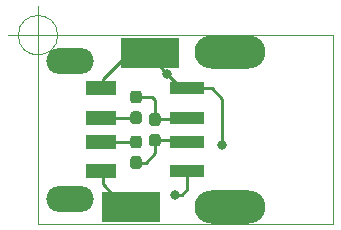
<source format=gbr>
G04 #@! TF.GenerationSoftware,KiCad,Pcbnew,(5.1.2)-2*
G04 #@! TF.CreationDate,2019-08-27T22:51:35+12:00*
G04 #@! TF.ProjectId,CacPP_PIC10,43616350-505f-4504-9943-31302e6b6963,rev?*
G04 #@! TF.SameCoordinates,Original*
G04 #@! TF.FileFunction,Copper,L1,Top*
G04 #@! TF.FilePolarity,Positive*
%FSLAX46Y46*%
G04 Gerber Fmt 4.6, Leading zero omitted, Abs format (unit mm)*
G04 Created by KiCad (PCBNEW (5.1.2)-2) date 2019-08-27 22:51:35*
%MOMM*%
%LPD*%
G04 APERTURE LIST*
%ADD10C,0.050000*%
%ADD11O,6.000000X2.800000*%
%ADD12R,2.880000X1.120000*%
%ADD13O,4.000000X2.200000*%
%ADD14R,2.500000X1.200000*%
%ADD15R,5.000000X2.500000*%
%ADD16C,0.100000*%
%ADD17C,0.950000*%
%ADD18C,0.800000*%
%ADD19C,0.250000*%
G04 APERTURE END LIST*
D10*
X51666666Y-30000000D02*
G75*
G03X51666666Y-30000000I-1666666J0D01*
G01*
X47500000Y-30000000D02*
X52500000Y-30000000D01*
X50000000Y-27500000D02*
X50000000Y-32500000D01*
X50000000Y-46000000D02*
X53000000Y-46000000D01*
X50000000Y-30000000D02*
X50000000Y-46000000D01*
X53000000Y-30000000D02*
X50000000Y-30000000D01*
X75000000Y-30000000D02*
X53000000Y-30000000D01*
X75000000Y-46000000D02*
X53000000Y-46000000D01*
X75000000Y-30000000D02*
X75000000Y-46000000D01*
D11*
X66220000Y-44570000D03*
X66220000Y-31430000D03*
D12*
X62640000Y-34500000D03*
X62640000Y-37000000D03*
X62640000Y-39000000D03*
X62640000Y-41500000D03*
D13*
X52750000Y-32150000D03*
X52750000Y-43850000D03*
D14*
X55350000Y-34500000D03*
X55350000Y-41500000D03*
X55350000Y-37000000D03*
X55350000Y-39000000D03*
D15*
X59500000Y-31500000D03*
X57900000Y-44500000D03*
D16*
G36*
X58560779Y-36451144D02*
G01*
X58583834Y-36454563D01*
X58606443Y-36460227D01*
X58628387Y-36468079D01*
X58649457Y-36478044D01*
X58669448Y-36490026D01*
X58688168Y-36503910D01*
X58705438Y-36519562D01*
X58721090Y-36536832D01*
X58734974Y-36555552D01*
X58746956Y-36575543D01*
X58756921Y-36596613D01*
X58764773Y-36618557D01*
X58770437Y-36641166D01*
X58773856Y-36664221D01*
X58775000Y-36687500D01*
X58775000Y-37262500D01*
X58773856Y-37285779D01*
X58770437Y-37308834D01*
X58764773Y-37331443D01*
X58756921Y-37353387D01*
X58746956Y-37374457D01*
X58734974Y-37394448D01*
X58721090Y-37413168D01*
X58705438Y-37430438D01*
X58688168Y-37446090D01*
X58669448Y-37459974D01*
X58649457Y-37471956D01*
X58628387Y-37481921D01*
X58606443Y-37489773D01*
X58583834Y-37495437D01*
X58560779Y-37498856D01*
X58537500Y-37500000D01*
X58062500Y-37500000D01*
X58039221Y-37498856D01*
X58016166Y-37495437D01*
X57993557Y-37489773D01*
X57971613Y-37481921D01*
X57950543Y-37471956D01*
X57930552Y-37459974D01*
X57911832Y-37446090D01*
X57894562Y-37430438D01*
X57878910Y-37413168D01*
X57865026Y-37394448D01*
X57853044Y-37374457D01*
X57843079Y-37353387D01*
X57835227Y-37331443D01*
X57829563Y-37308834D01*
X57826144Y-37285779D01*
X57825000Y-37262500D01*
X57825000Y-36687500D01*
X57826144Y-36664221D01*
X57829563Y-36641166D01*
X57835227Y-36618557D01*
X57843079Y-36596613D01*
X57853044Y-36575543D01*
X57865026Y-36555552D01*
X57878910Y-36536832D01*
X57894562Y-36519562D01*
X57911832Y-36503910D01*
X57930552Y-36490026D01*
X57950543Y-36478044D01*
X57971613Y-36468079D01*
X57993557Y-36460227D01*
X58016166Y-36454563D01*
X58039221Y-36451144D01*
X58062500Y-36450000D01*
X58537500Y-36450000D01*
X58560779Y-36451144D01*
X58560779Y-36451144D01*
G37*
D17*
X58300000Y-36975000D03*
D16*
G36*
X58560779Y-34701144D02*
G01*
X58583834Y-34704563D01*
X58606443Y-34710227D01*
X58628387Y-34718079D01*
X58649457Y-34728044D01*
X58669448Y-34740026D01*
X58688168Y-34753910D01*
X58705438Y-34769562D01*
X58721090Y-34786832D01*
X58734974Y-34805552D01*
X58746956Y-34825543D01*
X58756921Y-34846613D01*
X58764773Y-34868557D01*
X58770437Y-34891166D01*
X58773856Y-34914221D01*
X58775000Y-34937500D01*
X58775000Y-35512500D01*
X58773856Y-35535779D01*
X58770437Y-35558834D01*
X58764773Y-35581443D01*
X58756921Y-35603387D01*
X58746956Y-35624457D01*
X58734974Y-35644448D01*
X58721090Y-35663168D01*
X58705438Y-35680438D01*
X58688168Y-35696090D01*
X58669448Y-35709974D01*
X58649457Y-35721956D01*
X58628387Y-35731921D01*
X58606443Y-35739773D01*
X58583834Y-35745437D01*
X58560779Y-35748856D01*
X58537500Y-35750000D01*
X58062500Y-35750000D01*
X58039221Y-35748856D01*
X58016166Y-35745437D01*
X57993557Y-35739773D01*
X57971613Y-35731921D01*
X57950543Y-35721956D01*
X57930552Y-35709974D01*
X57911832Y-35696090D01*
X57894562Y-35680438D01*
X57878910Y-35663168D01*
X57865026Y-35644448D01*
X57853044Y-35624457D01*
X57843079Y-35603387D01*
X57835227Y-35581443D01*
X57829563Y-35558834D01*
X57826144Y-35535779D01*
X57825000Y-35512500D01*
X57825000Y-34937500D01*
X57826144Y-34914221D01*
X57829563Y-34891166D01*
X57835227Y-34868557D01*
X57843079Y-34846613D01*
X57853044Y-34825543D01*
X57865026Y-34805552D01*
X57878910Y-34786832D01*
X57894562Y-34769562D01*
X57911832Y-34753910D01*
X57930552Y-34740026D01*
X57950543Y-34728044D01*
X57971613Y-34718079D01*
X57993557Y-34710227D01*
X58016166Y-34704563D01*
X58039221Y-34701144D01*
X58062500Y-34700000D01*
X58537500Y-34700000D01*
X58560779Y-34701144D01*
X58560779Y-34701144D01*
G37*
D17*
X58300000Y-35225000D03*
D16*
G36*
X58560779Y-40251144D02*
G01*
X58583834Y-40254563D01*
X58606443Y-40260227D01*
X58628387Y-40268079D01*
X58649457Y-40278044D01*
X58669448Y-40290026D01*
X58688168Y-40303910D01*
X58705438Y-40319562D01*
X58721090Y-40336832D01*
X58734974Y-40355552D01*
X58746956Y-40375543D01*
X58756921Y-40396613D01*
X58764773Y-40418557D01*
X58770437Y-40441166D01*
X58773856Y-40464221D01*
X58775000Y-40487500D01*
X58775000Y-41062500D01*
X58773856Y-41085779D01*
X58770437Y-41108834D01*
X58764773Y-41131443D01*
X58756921Y-41153387D01*
X58746956Y-41174457D01*
X58734974Y-41194448D01*
X58721090Y-41213168D01*
X58705438Y-41230438D01*
X58688168Y-41246090D01*
X58669448Y-41259974D01*
X58649457Y-41271956D01*
X58628387Y-41281921D01*
X58606443Y-41289773D01*
X58583834Y-41295437D01*
X58560779Y-41298856D01*
X58537500Y-41300000D01*
X58062500Y-41300000D01*
X58039221Y-41298856D01*
X58016166Y-41295437D01*
X57993557Y-41289773D01*
X57971613Y-41281921D01*
X57950543Y-41271956D01*
X57930552Y-41259974D01*
X57911832Y-41246090D01*
X57894562Y-41230438D01*
X57878910Y-41213168D01*
X57865026Y-41194448D01*
X57853044Y-41174457D01*
X57843079Y-41153387D01*
X57835227Y-41131443D01*
X57829563Y-41108834D01*
X57826144Y-41085779D01*
X57825000Y-41062500D01*
X57825000Y-40487500D01*
X57826144Y-40464221D01*
X57829563Y-40441166D01*
X57835227Y-40418557D01*
X57843079Y-40396613D01*
X57853044Y-40375543D01*
X57865026Y-40355552D01*
X57878910Y-40336832D01*
X57894562Y-40319562D01*
X57911832Y-40303910D01*
X57930552Y-40290026D01*
X57950543Y-40278044D01*
X57971613Y-40268079D01*
X57993557Y-40260227D01*
X58016166Y-40254563D01*
X58039221Y-40251144D01*
X58062500Y-40250000D01*
X58537500Y-40250000D01*
X58560779Y-40251144D01*
X58560779Y-40251144D01*
G37*
D17*
X58300000Y-40775000D03*
D16*
G36*
X58560779Y-38501144D02*
G01*
X58583834Y-38504563D01*
X58606443Y-38510227D01*
X58628387Y-38518079D01*
X58649457Y-38528044D01*
X58669448Y-38540026D01*
X58688168Y-38553910D01*
X58705438Y-38569562D01*
X58721090Y-38586832D01*
X58734974Y-38605552D01*
X58746956Y-38625543D01*
X58756921Y-38646613D01*
X58764773Y-38668557D01*
X58770437Y-38691166D01*
X58773856Y-38714221D01*
X58775000Y-38737500D01*
X58775000Y-39312500D01*
X58773856Y-39335779D01*
X58770437Y-39358834D01*
X58764773Y-39381443D01*
X58756921Y-39403387D01*
X58746956Y-39424457D01*
X58734974Y-39444448D01*
X58721090Y-39463168D01*
X58705438Y-39480438D01*
X58688168Y-39496090D01*
X58669448Y-39509974D01*
X58649457Y-39521956D01*
X58628387Y-39531921D01*
X58606443Y-39539773D01*
X58583834Y-39545437D01*
X58560779Y-39548856D01*
X58537500Y-39550000D01*
X58062500Y-39550000D01*
X58039221Y-39548856D01*
X58016166Y-39545437D01*
X57993557Y-39539773D01*
X57971613Y-39531921D01*
X57950543Y-39521956D01*
X57930552Y-39509974D01*
X57911832Y-39496090D01*
X57894562Y-39480438D01*
X57878910Y-39463168D01*
X57865026Y-39444448D01*
X57853044Y-39424457D01*
X57843079Y-39403387D01*
X57835227Y-39381443D01*
X57829563Y-39358834D01*
X57826144Y-39335779D01*
X57825000Y-39312500D01*
X57825000Y-38737500D01*
X57826144Y-38714221D01*
X57829563Y-38691166D01*
X57835227Y-38668557D01*
X57843079Y-38646613D01*
X57853044Y-38625543D01*
X57865026Y-38605552D01*
X57878910Y-38586832D01*
X57894562Y-38569562D01*
X57911832Y-38553910D01*
X57930552Y-38540026D01*
X57950543Y-38528044D01*
X57971613Y-38518079D01*
X57993557Y-38510227D01*
X58016166Y-38504563D01*
X58039221Y-38501144D01*
X58062500Y-38500000D01*
X58537500Y-38500000D01*
X58560779Y-38501144D01*
X58560779Y-38501144D01*
G37*
D17*
X58300000Y-39025000D03*
D16*
G36*
X60160779Y-38351144D02*
G01*
X60183834Y-38354563D01*
X60206443Y-38360227D01*
X60228387Y-38368079D01*
X60249457Y-38378044D01*
X60269448Y-38390026D01*
X60288168Y-38403910D01*
X60305438Y-38419562D01*
X60321090Y-38436832D01*
X60334974Y-38455552D01*
X60346956Y-38475543D01*
X60356921Y-38496613D01*
X60364773Y-38518557D01*
X60370437Y-38541166D01*
X60373856Y-38564221D01*
X60375000Y-38587500D01*
X60375000Y-39162500D01*
X60373856Y-39185779D01*
X60370437Y-39208834D01*
X60364773Y-39231443D01*
X60356921Y-39253387D01*
X60346956Y-39274457D01*
X60334974Y-39294448D01*
X60321090Y-39313168D01*
X60305438Y-39330438D01*
X60288168Y-39346090D01*
X60269448Y-39359974D01*
X60249457Y-39371956D01*
X60228387Y-39381921D01*
X60206443Y-39389773D01*
X60183834Y-39395437D01*
X60160779Y-39398856D01*
X60137500Y-39400000D01*
X59662500Y-39400000D01*
X59639221Y-39398856D01*
X59616166Y-39395437D01*
X59593557Y-39389773D01*
X59571613Y-39381921D01*
X59550543Y-39371956D01*
X59530552Y-39359974D01*
X59511832Y-39346090D01*
X59494562Y-39330438D01*
X59478910Y-39313168D01*
X59465026Y-39294448D01*
X59453044Y-39274457D01*
X59443079Y-39253387D01*
X59435227Y-39231443D01*
X59429563Y-39208834D01*
X59426144Y-39185779D01*
X59425000Y-39162500D01*
X59425000Y-38587500D01*
X59426144Y-38564221D01*
X59429563Y-38541166D01*
X59435227Y-38518557D01*
X59443079Y-38496613D01*
X59453044Y-38475543D01*
X59465026Y-38455552D01*
X59478910Y-38436832D01*
X59494562Y-38419562D01*
X59511832Y-38403910D01*
X59530552Y-38390026D01*
X59550543Y-38378044D01*
X59571613Y-38368079D01*
X59593557Y-38360227D01*
X59616166Y-38354563D01*
X59639221Y-38351144D01*
X59662500Y-38350000D01*
X60137500Y-38350000D01*
X60160779Y-38351144D01*
X60160779Y-38351144D01*
G37*
D17*
X59900000Y-38875000D03*
D16*
G36*
X60160779Y-36601144D02*
G01*
X60183834Y-36604563D01*
X60206443Y-36610227D01*
X60228387Y-36618079D01*
X60249457Y-36628044D01*
X60269448Y-36640026D01*
X60288168Y-36653910D01*
X60305438Y-36669562D01*
X60321090Y-36686832D01*
X60334974Y-36705552D01*
X60346956Y-36725543D01*
X60356921Y-36746613D01*
X60364773Y-36768557D01*
X60370437Y-36791166D01*
X60373856Y-36814221D01*
X60375000Y-36837500D01*
X60375000Y-37412500D01*
X60373856Y-37435779D01*
X60370437Y-37458834D01*
X60364773Y-37481443D01*
X60356921Y-37503387D01*
X60346956Y-37524457D01*
X60334974Y-37544448D01*
X60321090Y-37563168D01*
X60305438Y-37580438D01*
X60288168Y-37596090D01*
X60269448Y-37609974D01*
X60249457Y-37621956D01*
X60228387Y-37631921D01*
X60206443Y-37639773D01*
X60183834Y-37645437D01*
X60160779Y-37648856D01*
X60137500Y-37650000D01*
X59662500Y-37650000D01*
X59639221Y-37648856D01*
X59616166Y-37645437D01*
X59593557Y-37639773D01*
X59571613Y-37631921D01*
X59550543Y-37621956D01*
X59530552Y-37609974D01*
X59511832Y-37596090D01*
X59494562Y-37580438D01*
X59478910Y-37563168D01*
X59465026Y-37544448D01*
X59453044Y-37524457D01*
X59443079Y-37503387D01*
X59435227Y-37481443D01*
X59429563Y-37458834D01*
X59426144Y-37435779D01*
X59425000Y-37412500D01*
X59425000Y-36837500D01*
X59426144Y-36814221D01*
X59429563Y-36791166D01*
X59435227Y-36768557D01*
X59443079Y-36746613D01*
X59453044Y-36725543D01*
X59465026Y-36705552D01*
X59478910Y-36686832D01*
X59494562Y-36669562D01*
X59511832Y-36653910D01*
X59530552Y-36640026D01*
X59550543Y-36628044D01*
X59571613Y-36618079D01*
X59593557Y-36610227D01*
X59616166Y-36604563D01*
X59639221Y-36601144D01*
X59662500Y-36600000D01*
X60137500Y-36600000D01*
X60160779Y-36601144D01*
X60160779Y-36601144D01*
G37*
D17*
X59900000Y-37125000D03*
D18*
X60900000Y-33300000D03*
X65600000Y-39300000D03*
X56700000Y-43800000D03*
X61600000Y-43500000D03*
D19*
X64330000Y-34500000D02*
X62640000Y-34500000D01*
X62100000Y-34500000D02*
X60900000Y-33300000D01*
X62640000Y-34500000D02*
X62100000Y-34500000D01*
X55500000Y-33700000D02*
X55500000Y-34500000D01*
X57700000Y-31500000D02*
X55500000Y-33700000D01*
X59200000Y-31500000D02*
X57700000Y-31500000D01*
X60500001Y-32800001D02*
X59200000Y-31500000D01*
X60500001Y-32900001D02*
X60500001Y-32800001D01*
X60900000Y-33300000D02*
X60500001Y-32900001D01*
X65600000Y-35400000D02*
X64700000Y-34500000D01*
X65600000Y-39300000D02*
X65600000Y-35400000D01*
X64700000Y-34500000D02*
X64330000Y-34500000D01*
X55525000Y-39025000D02*
X55500000Y-39000000D01*
X58300000Y-39025000D02*
X55525000Y-39025000D01*
X58275000Y-37000000D02*
X58300000Y-36975000D01*
X55500000Y-37000000D02*
X58275000Y-37000000D01*
X59700000Y-38875000D02*
X59900000Y-39075000D01*
X62515000Y-38875000D02*
X62640000Y-39000000D01*
X59900000Y-38875000D02*
X62515000Y-38875000D01*
X58300000Y-40775000D02*
X59125000Y-40775000D01*
X59900000Y-40000000D02*
X59900000Y-38875000D01*
X59125000Y-40775000D02*
X59900000Y-40000000D01*
X59900000Y-36925000D02*
X59700000Y-37125000D01*
X62515000Y-37125000D02*
X62640000Y-37000000D01*
X59900000Y-37125000D02*
X62515000Y-37125000D01*
X59900000Y-37125000D02*
X59900000Y-35500000D01*
X59625000Y-35225000D02*
X58300000Y-35225000D01*
X59900000Y-35500000D02*
X59625000Y-35225000D01*
X55500000Y-42600000D02*
X55500000Y-41500000D01*
X57900000Y-44500000D02*
X57400000Y-44500000D01*
X57400000Y-44500000D02*
X55500000Y-42600000D01*
X62640000Y-42310000D02*
X62640000Y-41500000D01*
X62640000Y-43025685D02*
X62640000Y-42310000D01*
X62165685Y-43500000D02*
X62640000Y-43025685D01*
X61600000Y-43500000D02*
X62165685Y-43500000D01*
M02*

</source>
